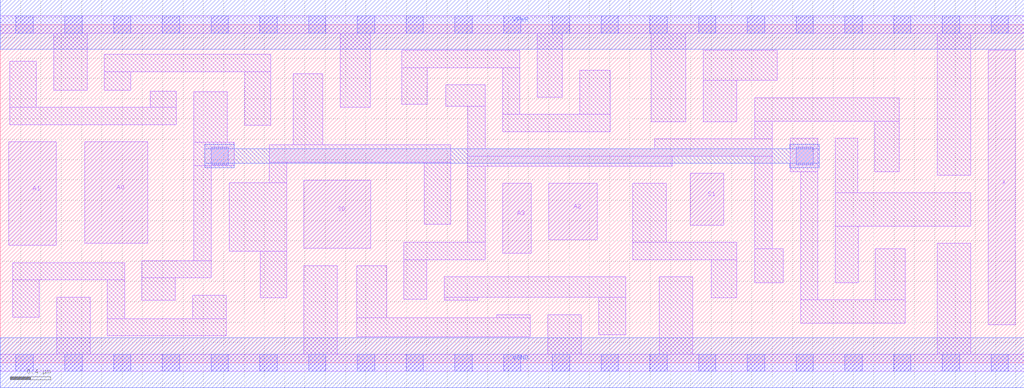
<source format=lef>
# Copyright 2020 The SkyWater PDK Authors
#
# Licensed under the Apache License, Version 2.0 (the "License");
# you may not use this file except in compliance with the License.
# You may obtain a copy of the License at
#
#     https://www.apache.org/licenses/LICENSE-2.0
#
# Unless required by applicable law or agreed to in writing, software
# distributed under the License is distributed on an "AS IS" BASIS,
# WITHOUT WARRANTIES OR CONDITIONS OF ANY KIND, either express or implied.
# See the License for the specific language governing permissions and
# limitations under the License.
#
# SPDX-License-Identifier: Apache-2.0

VERSION 5.7 ;
  NAMESCASESENSITIVE ON ;
  NOWIREEXTENSIONATPIN ON ;
  DIVIDERCHAR "/" ;
  BUSBITCHARS "[]" ;
UNITS
  DATABASE MICRONS 200 ;
END UNITS
MACRO sky130_fd_sc_lp__mux4_1
  CLASS CORE ;
  FOREIGN sky130_fd_sc_lp__mux4_1 ;
  ORIGIN  0.000000  0.000000 ;
  SIZE  10.08000 BY  3.330000 ;
  SYMMETRY X Y R90 ;
  SITE unit ;
  PIN A0
    ANTENNAGATEAREA  0.126000 ;
    DIRECTION INPUT ;
    USE SIGNAL ;
    PORT
      LAYER li1 ;
        RECT 0.830000 1.175000 1.450000 2.175000 ;
    END
  END A0
  PIN A1
    ANTENNAGATEAREA  0.126000 ;
    DIRECTION INPUT ;
    USE SIGNAL ;
    PORT
      LAYER li1 ;
        RECT 0.085000 1.155000 0.550000 2.175000 ;
    END
  END A1
  PIN A2
    ANTENNAGATEAREA  0.126000 ;
    DIRECTION INPUT ;
    USE SIGNAL ;
    PORT
      LAYER li1 ;
        RECT 5.400000 1.210000 5.880000 1.765000 ;
    END
  END A2
  PIN A3
    ANTENNAGATEAREA  0.126000 ;
    DIRECTION INPUT ;
    USE SIGNAL ;
    PORT
      LAYER li1 ;
        RECT 4.945000 1.080000 5.230000 1.765000 ;
    END
  END A3
  PIN S0
    ANTENNAGATEAREA  0.378000 ;
    DIRECTION INPUT ;
    USE SIGNAL ;
    PORT
      LAYER li1 ;
        RECT 2.990000 1.125000 3.650000 1.795000 ;
    END
  END S0
  PIN S1
    ANTENNAGATEAREA  0.252000 ;
    DIRECTION INPUT ;
    USE SIGNAL ;
    PORT
      LAYER li1 ;
        RECT 6.795000 1.355000 7.125000 1.865000 ;
    END
  END S1
  PIN X
    ANTENNADIFFAREA  0.556500 ;
    DIRECTION OUTPUT ;
    USE SIGNAL ;
    PORT
      LAYER li1 ;
        RECT 9.725000 0.375000 9.995000 3.075000 ;
    END
  END X
  PIN VGND
    DIRECTION INOUT ;
    USE GROUND ;
    PORT
      LAYER met1 ;
        RECT 0.000000 -0.245000 10.080000 0.245000 ;
    END
  END VGND
  PIN VPWR
    DIRECTION INOUT ;
    USE POWER ;
    PORT
      LAYER met1 ;
        RECT 0.000000 3.085000 10.080000 3.575000 ;
    END
  END VPWR
  OBS
    LAYER li1 ;
      RECT 0.000000 -0.085000 10.080000 0.085000 ;
      RECT 0.000000  3.245000 10.080000 3.415000 ;
      RECT 0.095000  2.345000  1.735000 2.515000 ;
      RECT 0.095000  2.515000  0.355000 2.970000 ;
      RECT 0.125000  0.450000  0.385000 0.815000 ;
      RECT 0.125000  0.815000  1.225000 0.985000 ;
      RECT 0.525000  2.685000  0.855000 3.245000 ;
      RECT 0.555000  0.085000  0.885000 0.645000 ;
      RECT 1.025000  2.685000  1.285000 2.865000 ;
      RECT 1.025000  2.865000  2.665000 3.035000 ;
      RECT 1.055000  0.265000  2.225000 0.435000 ;
      RECT 1.055000  0.435000  1.225000 0.815000 ;
      RECT 1.395000  0.615000  1.725000 0.835000 ;
      RECT 1.395000  0.835000  2.075000 1.005000 ;
      RECT 1.475000  2.515000  1.735000 2.675000 ;
      RECT 1.895000  0.435000  2.225000 0.665000 ;
      RECT 1.905000  1.005000  2.075000 1.940000 ;
      RECT 1.905000  1.940000  2.305000 2.170000 ;
      RECT 1.905000  2.170000  2.235000 2.670000 ;
      RECT 2.255000  1.100000  2.820000 1.770000 ;
      RECT 2.405000  2.340000  2.665000 2.865000 ;
      RECT 2.560000  0.640000  2.820000 1.100000 ;
      RECT 2.650000  1.770000  2.820000 1.975000 ;
      RECT 2.650000  1.975000  4.435000 2.145000 ;
      RECT 2.885000  2.145000  3.175000 2.845000 ;
      RECT 2.990000  0.085000  3.320000 0.955000 ;
      RECT 3.345000  2.515000  3.645000 3.245000 ;
      RECT 3.510000  0.255000  5.220000 0.445000 ;
      RECT 3.510000  0.445000  3.805000 0.955000 ;
      RECT 3.955000  2.545000  4.205000 2.905000 ;
      RECT 3.955000  2.905000  5.115000 3.075000 ;
      RECT 3.975000  0.625000  4.200000 1.015000 ;
      RECT 3.975000  1.015000  4.775000 1.185000 ;
      RECT 4.175000  1.365000  4.435000 1.975000 ;
      RECT 4.370000  0.615000  4.700000 0.645000 ;
      RECT 4.370000  0.645000  6.160000 0.845000 ;
      RECT 4.385000  2.525000  4.775000 2.735000 ;
      RECT 4.605000  1.185000  4.775000 1.935000 ;
      RECT 4.605000  1.935000  6.615000 2.035000 ;
      RECT 4.605000  2.035000  7.600000 2.105000 ;
      RECT 4.605000  2.105000  4.775000 2.525000 ;
      RECT 4.890000  0.445000  5.220000 0.475000 ;
      RECT 4.945000  2.275000  6.005000 2.445000 ;
      RECT 4.945000  2.445000  5.115000 2.905000 ;
      RECT 5.285000  2.615000  5.535000 3.245000 ;
      RECT 5.390000  0.085000  5.720000 0.475000 ;
      RECT 5.705000  2.445000  6.005000 2.880000 ;
      RECT 5.890000  0.275000  6.160000 0.645000 ;
      RECT 6.225000  1.015000  7.250000 1.185000 ;
      RECT 6.225000  1.185000  6.555000 1.765000 ;
      RECT 6.410000  2.375000  6.750000 3.245000 ;
      RECT 6.445000  2.105000  7.600000 2.205000 ;
      RECT 6.490000  0.085000  6.820000 0.845000 ;
      RECT 6.920000  2.375000  7.250000 2.780000 ;
      RECT 6.920000  2.780000  7.650000 3.075000 ;
      RECT 7.000000  0.640000  7.250000 1.015000 ;
      RECT 7.430000  0.790000  7.710000 1.120000 ;
      RECT 7.430000  1.120000  7.600000 2.035000 ;
      RECT 7.430000  2.205000  7.600000 2.380000 ;
      RECT 7.430000  2.380000  8.850000 2.610000 ;
      RECT 7.780000  1.880000  8.050000 2.210000 ;
      RECT 7.880000  0.390000  8.910000 0.620000 ;
      RECT 7.880000  0.620000  8.050000 1.880000 ;
      RECT 8.220000  0.790000  8.445000 1.345000 ;
      RECT 8.220000  1.345000  9.555000 1.675000 ;
      RECT 8.220000  1.675000  8.440000 2.210000 ;
      RECT 8.610000  1.880000  8.850000 2.380000 ;
      RECT 8.615000  0.620000  8.910000 1.120000 ;
      RECT 9.225000  0.085000  9.555000 1.175000 ;
      RECT 9.225000  1.845000  9.555000 3.245000 ;
    LAYER mcon ;
      RECT 0.155000 -0.085000 0.325000 0.085000 ;
      RECT 0.155000  3.245000 0.325000 3.415000 ;
      RECT 0.635000 -0.085000 0.805000 0.085000 ;
      RECT 0.635000  3.245000 0.805000 3.415000 ;
      RECT 1.115000 -0.085000 1.285000 0.085000 ;
      RECT 1.115000  3.245000 1.285000 3.415000 ;
      RECT 1.595000 -0.085000 1.765000 0.085000 ;
      RECT 1.595000  3.245000 1.765000 3.415000 ;
      RECT 2.075000 -0.085000 2.245000 0.085000 ;
      RECT 2.075000  1.950000 2.245000 2.120000 ;
      RECT 2.075000  3.245000 2.245000 3.415000 ;
      RECT 2.555000 -0.085000 2.725000 0.085000 ;
      RECT 2.555000  3.245000 2.725000 3.415000 ;
      RECT 3.035000 -0.085000 3.205000 0.085000 ;
      RECT 3.035000  3.245000 3.205000 3.415000 ;
      RECT 3.515000 -0.085000 3.685000 0.085000 ;
      RECT 3.515000  3.245000 3.685000 3.415000 ;
      RECT 3.995000 -0.085000 4.165000 0.085000 ;
      RECT 3.995000  3.245000 4.165000 3.415000 ;
      RECT 4.475000 -0.085000 4.645000 0.085000 ;
      RECT 4.475000  3.245000 4.645000 3.415000 ;
      RECT 4.955000 -0.085000 5.125000 0.085000 ;
      RECT 4.955000  3.245000 5.125000 3.415000 ;
      RECT 5.435000 -0.085000 5.605000 0.085000 ;
      RECT 5.435000  3.245000 5.605000 3.415000 ;
      RECT 5.915000 -0.085000 6.085000 0.085000 ;
      RECT 5.915000  3.245000 6.085000 3.415000 ;
      RECT 6.395000 -0.085000 6.565000 0.085000 ;
      RECT 6.395000  3.245000 6.565000 3.415000 ;
      RECT 6.875000 -0.085000 7.045000 0.085000 ;
      RECT 6.875000  3.245000 7.045000 3.415000 ;
      RECT 7.355000 -0.085000 7.525000 0.085000 ;
      RECT 7.355000  3.245000 7.525000 3.415000 ;
      RECT 7.835000 -0.085000 8.005000 0.085000 ;
      RECT 7.835000  1.950000 8.005000 2.120000 ;
      RECT 7.835000  3.245000 8.005000 3.415000 ;
      RECT 8.315000 -0.085000 8.485000 0.085000 ;
      RECT 8.315000  3.245000 8.485000 3.415000 ;
      RECT 8.795000 -0.085000 8.965000 0.085000 ;
      RECT 8.795000  3.245000 8.965000 3.415000 ;
      RECT 9.275000 -0.085000 9.445000 0.085000 ;
      RECT 9.275000  3.245000 9.445000 3.415000 ;
      RECT 9.755000 -0.085000 9.925000 0.085000 ;
      RECT 9.755000  3.245000 9.925000 3.415000 ;
    LAYER met1 ;
      RECT 2.015000 1.920000 2.305000 1.965000 ;
      RECT 2.015000 1.965000 8.065000 2.105000 ;
      RECT 2.015000 2.105000 2.305000 2.150000 ;
      RECT 7.775000 1.920000 8.065000 1.965000 ;
      RECT 7.775000 2.105000 8.065000 2.150000 ;
  END
END sky130_fd_sc_lp__mux4_1
END LIBRARY

</source>
